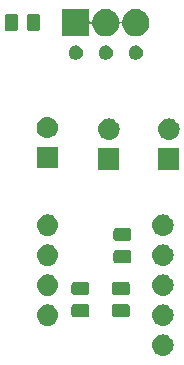
<source format=gts>
G04 #@! TF.GenerationSoftware,KiCad,Pcbnew,(5.1.0)-1*
G04 #@! TF.CreationDate,2019-04-03T20:49:52-04:00*
G04 #@! TF.ProjectId,3wireducer_daughter,33776972-6564-4756-9365-725f64617567,rev?*
G04 #@! TF.SameCoordinates,Original*
G04 #@! TF.FileFunction,Soldermask,Top*
G04 #@! TF.FilePolarity,Negative*
%FSLAX46Y46*%
G04 Gerber Fmt 4.6, Leading zero omitted, Abs format (unit mm)*
G04 Created by KiCad (PCBNEW (5.1.0)-1) date 2019-04-03 20:49:52*
%MOMM*%
%LPD*%
G04 APERTURE LIST*
%ADD10C,0.100000*%
G04 APERTURE END LIST*
D10*
G36*
X148700443Y-100578519D02*
G01*
X148766627Y-100585037D01*
X148936466Y-100636557D01*
X149092991Y-100720222D01*
X149128729Y-100749552D01*
X149230186Y-100832814D01*
X149313448Y-100934271D01*
X149342778Y-100970009D01*
X149426443Y-101126534D01*
X149477963Y-101296373D01*
X149495359Y-101473000D01*
X149477963Y-101649627D01*
X149426443Y-101819466D01*
X149342778Y-101975991D01*
X149313448Y-102011729D01*
X149230186Y-102113186D01*
X149128729Y-102196448D01*
X149092991Y-102225778D01*
X148936466Y-102309443D01*
X148766627Y-102360963D01*
X148700443Y-102367481D01*
X148634260Y-102374000D01*
X148545740Y-102374000D01*
X148479558Y-102367482D01*
X148413373Y-102360963D01*
X148243534Y-102309443D01*
X148087009Y-102225778D01*
X148051271Y-102196448D01*
X147949814Y-102113186D01*
X147866552Y-102011729D01*
X147837222Y-101975991D01*
X147753557Y-101819466D01*
X147702037Y-101649627D01*
X147684641Y-101473000D01*
X147702037Y-101296373D01*
X147753557Y-101126534D01*
X147837222Y-100970009D01*
X147866552Y-100934271D01*
X147949814Y-100832814D01*
X148051271Y-100749552D01*
X148087009Y-100720222D01*
X148243534Y-100636557D01*
X148413373Y-100585037D01*
X148479558Y-100578518D01*
X148545740Y-100572000D01*
X148634260Y-100572000D01*
X148700443Y-100578519D01*
X148700443Y-100578519D01*
G37*
G36*
X148700442Y-98038518D02*
G01*
X148766627Y-98045037D01*
X148936466Y-98096557D01*
X149092991Y-98180222D01*
X149128729Y-98209552D01*
X149230186Y-98292814D01*
X149313448Y-98394271D01*
X149342778Y-98430009D01*
X149426443Y-98586534D01*
X149477963Y-98756373D01*
X149495359Y-98933000D01*
X149477963Y-99109627D01*
X149426443Y-99279466D01*
X149342778Y-99435991D01*
X149313448Y-99471729D01*
X149230186Y-99573186D01*
X149128729Y-99656448D01*
X149092991Y-99685778D01*
X148936466Y-99769443D01*
X148766627Y-99820963D01*
X148700442Y-99827482D01*
X148634260Y-99834000D01*
X148545740Y-99834000D01*
X148479558Y-99827482D01*
X148413373Y-99820963D01*
X148243534Y-99769443D01*
X148087009Y-99685778D01*
X148051271Y-99656448D01*
X147949814Y-99573186D01*
X147866552Y-99471729D01*
X147837222Y-99435991D01*
X147753557Y-99279466D01*
X147702037Y-99109627D01*
X147684641Y-98933000D01*
X147702037Y-98756373D01*
X147753557Y-98586534D01*
X147837222Y-98430009D01*
X147866552Y-98394271D01*
X147949814Y-98292814D01*
X148051271Y-98209552D01*
X148087009Y-98180222D01*
X148243534Y-98096557D01*
X148413373Y-98045037D01*
X148479558Y-98038518D01*
X148545740Y-98032000D01*
X148634260Y-98032000D01*
X148700442Y-98038518D01*
X148700442Y-98038518D01*
G37*
G36*
X138940442Y-98038518D02*
G01*
X139006627Y-98045037D01*
X139176466Y-98096557D01*
X139332991Y-98180222D01*
X139368729Y-98209552D01*
X139470186Y-98292814D01*
X139553448Y-98394271D01*
X139582778Y-98430009D01*
X139666443Y-98586534D01*
X139717963Y-98756373D01*
X139735359Y-98933000D01*
X139717963Y-99109627D01*
X139666443Y-99279466D01*
X139582778Y-99435991D01*
X139553448Y-99471729D01*
X139470186Y-99573186D01*
X139368729Y-99656448D01*
X139332991Y-99685778D01*
X139176466Y-99769443D01*
X139006627Y-99820963D01*
X138940442Y-99827482D01*
X138874260Y-99834000D01*
X138785740Y-99834000D01*
X138719558Y-99827482D01*
X138653373Y-99820963D01*
X138483534Y-99769443D01*
X138327009Y-99685778D01*
X138291271Y-99656448D01*
X138189814Y-99573186D01*
X138106552Y-99471729D01*
X138077222Y-99435991D01*
X137993557Y-99279466D01*
X137942037Y-99109627D01*
X137924641Y-98933000D01*
X137942037Y-98756373D01*
X137993557Y-98586534D01*
X138077222Y-98430009D01*
X138106552Y-98394271D01*
X138189814Y-98292814D01*
X138291271Y-98209552D01*
X138327009Y-98180222D01*
X138483534Y-98096557D01*
X138653373Y-98045037D01*
X138719558Y-98038518D01*
X138785740Y-98032000D01*
X138874260Y-98032000D01*
X138940442Y-98038518D01*
X138940442Y-98038518D01*
G37*
G36*
X145618468Y-98018065D02*
G01*
X145657138Y-98029796D01*
X145692777Y-98048846D01*
X145724017Y-98074483D01*
X145749654Y-98105723D01*
X145768704Y-98141362D01*
X145780435Y-98180032D01*
X145785000Y-98226388D01*
X145785000Y-98877612D01*
X145780435Y-98923968D01*
X145768704Y-98962638D01*
X145749654Y-98998277D01*
X145724017Y-99029517D01*
X145692777Y-99055154D01*
X145657138Y-99074204D01*
X145618468Y-99085935D01*
X145572112Y-99090500D01*
X144495888Y-99090500D01*
X144449532Y-99085935D01*
X144410862Y-99074204D01*
X144375223Y-99055154D01*
X144343983Y-99029517D01*
X144318346Y-98998277D01*
X144299296Y-98962638D01*
X144287565Y-98923968D01*
X144283000Y-98877612D01*
X144283000Y-98226388D01*
X144287565Y-98180032D01*
X144299296Y-98141362D01*
X144318346Y-98105723D01*
X144343983Y-98074483D01*
X144375223Y-98048846D01*
X144410862Y-98029796D01*
X144449532Y-98018065D01*
X144495888Y-98013500D01*
X145572112Y-98013500D01*
X145618468Y-98018065D01*
X145618468Y-98018065D01*
G37*
G36*
X142189468Y-98018065D02*
G01*
X142228138Y-98029796D01*
X142263777Y-98048846D01*
X142295017Y-98074483D01*
X142320654Y-98105723D01*
X142339704Y-98141362D01*
X142351435Y-98180032D01*
X142356000Y-98226388D01*
X142356000Y-98877612D01*
X142351435Y-98923968D01*
X142339704Y-98962638D01*
X142320654Y-98998277D01*
X142295017Y-99029517D01*
X142263777Y-99055154D01*
X142228138Y-99074204D01*
X142189468Y-99085935D01*
X142143112Y-99090500D01*
X141066888Y-99090500D01*
X141020532Y-99085935D01*
X140981862Y-99074204D01*
X140946223Y-99055154D01*
X140914983Y-99029517D01*
X140889346Y-98998277D01*
X140870296Y-98962638D01*
X140858565Y-98923968D01*
X140854000Y-98877612D01*
X140854000Y-98226388D01*
X140858565Y-98180032D01*
X140870296Y-98141362D01*
X140889346Y-98105723D01*
X140914983Y-98074483D01*
X140946223Y-98048846D01*
X140981862Y-98029796D01*
X141020532Y-98018065D01*
X141066888Y-98013500D01*
X142143112Y-98013500D01*
X142189468Y-98018065D01*
X142189468Y-98018065D01*
G37*
G36*
X148700442Y-95498518D02*
G01*
X148766627Y-95505037D01*
X148936466Y-95556557D01*
X149092991Y-95640222D01*
X149128729Y-95669552D01*
X149230186Y-95752814D01*
X149313448Y-95854271D01*
X149342778Y-95890009D01*
X149426443Y-96046534D01*
X149477963Y-96216373D01*
X149495359Y-96393000D01*
X149477963Y-96569627D01*
X149426443Y-96739466D01*
X149342778Y-96895991D01*
X149313448Y-96931729D01*
X149230186Y-97033186D01*
X149153844Y-97095837D01*
X149092991Y-97145778D01*
X148936466Y-97229443D01*
X148766627Y-97280963D01*
X148700443Y-97287481D01*
X148634260Y-97294000D01*
X148545740Y-97294000D01*
X148479558Y-97287482D01*
X148413373Y-97280963D01*
X148243534Y-97229443D01*
X148087009Y-97145778D01*
X148026156Y-97095837D01*
X147949814Y-97033186D01*
X147866552Y-96931729D01*
X147837222Y-96895991D01*
X147753557Y-96739466D01*
X147702037Y-96569627D01*
X147684641Y-96393000D01*
X147702037Y-96216373D01*
X147753557Y-96046534D01*
X147837222Y-95890009D01*
X147866552Y-95854271D01*
X147949814Y-95752814D01*
X148051271Y-95669552D01*
X148087009Y-95640222D01*
X148243534Y-95556557D01*
X148413373Y-95505037D01*
X148479557Y-95498519D01*
X148545740Y-95492000D01*
X148634260Y-95492000D01*
X148700442Y-95498518D01*
X148700442Y-95498518D01*
G37*
G36*
X138940442Y-95498518D02*
G01*
X139006627Y-95505037D01*
X139176466Y-95556557D01*
X139332991Y-95640222D01*
X139368729Y-95669552D01*
X139470186Y-95752814D01*
X139553448Y-95854271D01*
X139582778Y-95890009D01*
X139666443Y-96046534D01*
X139717963Y-96216373D01*
X139735359Y-96393000D01*
X139717963Y-96569627D01*
X139666443Y-96739466D01*
X139582778Y-96895991D01*
X139553448Y-96931729D01*
X139470186Y-97033186D01*
X139393844Y-97095837D01*
X139332991Y-97145778D01*
X139176466Y-97229443D01*
X139006627Y-97280963D01*
X138940443Y-97287481D01*
X138874260Y-97294000D01*
X138785740Y-97294000D01*
X138719558Y-97287482D01*
X138653373Y-97280963D01*
X138483534Y-97229443D01*
X138327009Y-97145778D01*
X138266156Y-97095837D01*
X138189814Y-97033186D01*
X138106552Y-96931729D01*
X138077222Y-96895991D01*
X137993557Y-96739466D01*
X137942037Y-96569627D01*
X137924641Y-96393000D01*
X137942037Y-96216373D01*
X137993557Y-96046534D01*
X138077222Y-95890009D01*
X138106552Y-95854271D01*
X138189814Y-95752814D01*
X138291271Y-95669552D01*
X138327009Y-95640222D01*
X138483534Y-95556557D01*
X138653373Y-95505037D01*
X138719557Y-95498519D01*
X138785740Y-95492000D01*
X138874260Y-95492000D01*
X138940442Y-95498518D01*
X138940442Y-95498518D01*
G37*
G36*
X145618468Y-96143065D02*
G01*
X145657138Y-96154796D01*
X145692777Y-96173846D01*
X145724017Y-96199483D01*
X145749654Y-96230723D01*
X145768704Y-96266362D01*
X145780435Y-96305032D01*
X145785000Y-96351388D01*
X145785000Y-97002612D01*
X145780435Y-97048968D01*
X145768704Y-97087638D01*
X145749654Y-97123277D01*
X145724017Y-97154517D01*
X145692777Y-97180154D01*
X145657138Y-97199204D01*
X145618468Y-97210935D01*
X145572112Y-97215500D01*
X144495888Y-97215500D01*
X144449532Y-97210935D01*
X144410862Y-97199204D01*
X144375223Y-97180154D01*
X144343983Y-97154517D01*
X144318346Y-97123277D01*
X144299296Y-97087638D01*
X144287565Y-97048968D01*
X144283000Y-97002612D01*
X144283000Y-96351388D01*
X144287565Y-96305032D01*
X144299296Y-96266362D01*
X144318346Y-96230723D01*
X144343983Y-96199483D01*
X144375223Y-96173846D01*
X144410862Y-96154796D01*
X144449532Y-96143065D01*
X144495888Y-96138500D01*
X145572112Y-96138500D01*
X145618468Y-96143065D01*
X145618468Y-96143065D01*
G37*
G36*
X142189468Y-96143065D02*
G01*
X142228138Y-96154796D01*
X142263777Y-96173846D01*
X142295017Y-96199483D01*
X142320654Y-96230723D01*
X142339704Y-96266362D01*
X142351435Y-96305032D01*
X142356000Y-96351388D01*
X142356000Y-97002612D01*
X142351435Y-97048968D01*
X142339704Y-97087638D01*
X142320654Y-97123277D01*
X142295017Y-97154517D01*
X142263777Y-97180154D01*
X142228138Y-97199204D01*
X142189468Y-97210935D01*
X142143112Y-97215500D01*
X141066888Y-97215500D01*
X141020532Y-97210935D01*
X140981862Y-97199204D01*
X140946223Y-97180154D01*
X140914983Y-97154517D01*
X140889346Y-97123277D01*
X140870296Y-97087638D01*
X140858565Y-97048968D01*
X140854000Y-97002612D01*
X140854000Y-96351388D01*
X140858565Y-96305032D01*
X140870296Y-96266362D01*
X140889346Y-96230723D01*
X140914983Y-96199483D01*
X140946223Y-96173846D01*
X140981862Y-96154796D01*
X141020532Y-96143065D01*
X141066888Y-96138500D01*
X142143112Y-96138500D01*
X142189468Y-96143065D01*
X142189468Y-96143065D01*
G37*
G36*
X138940442Y-92958518D02*
G01*
X139006627Y-92965037D01*
X139176466Y-93016557D01*
X139332991Y-93100222D01*
X139368729Y-93129552D01*
X139470186Y-93212814D01*
X139553448Y-93314271D01*
X139582778Y-93350009D01*
X139666443Y-93506534D01*
X139717963Y-93676373D01*
X139735359Y-93853000D01*
X139717963Y-94029627D01*
X139666443Y-94199466D01*
X139582778Y-94355991D01*
X139554344Y-94390638D01*
X139470186Y-94493186D01*
X139368729Y-94576448D01*
X139332991Y-94605778D01*
X139176466Y-94689443D01*
X139006627Y-94740963D01*
X138940442Y-94747482D01*
X138874260Y-94754000D01*
X138785740Y-94754000D01*
X138719557Y-94747481D01*
X138653373Y-94740963D01*
X138483534Y-94689443D01*
X138327009Y-94605778D01*
X138291271Y-94576448D01*
X138189814Y-94493186D01*
X138105656Y-94390638D01*
X138077222Y-94355991D01*
X137993557Y-94199466D01*
X137942037Y-94029627D01*
X137924641Y-93853000D01*
X137942037Y-93676373D01*
X137993557Y-93506534D01*
X138077222Y-93350009D01*
X138106552Y-93314271D01*
X138189814Y-93212814D01*
X138291271Y-93129552D01*
X138327009Y-93100222D01*
X138483534Y-93016557D01*
X138653373Y-92965037D01*
X138719558Y-92958518D01*
X138785740Y-92952000D01*
X138874260Y-92952000D01*
X138940442Y-92958518D01*
X138940442Y-92958518D01*
G37*
G36*
X148700442Y-92958518D02*
G01*
X148766627Y-92965037D01*
X148936466Y-93016557D01*
X149092991Y-93100222D01*
X149128729Y-93129552D01*
X149230186Y-93212814D01*
X149313448Y-93314271D01*
X149342778Y-93350009D01*
X149426443Y-93506534D01*
X149477963Y-93676373D01*
X149495359Y-93853000D01*
X149477963Y-94029627D01*
X149426443Y-94199466D01*
X149342778Y-94355991D01*
X149314344Y-94390638D01*
X149230186Y-94493186D01*
X149128729Y-94576448D01*
X149092991Y-94605778D01*
X148936466Y-94689443D01*
X148766627Y-94740963D01*
X148700442Y-94747482D01*
X148634260Y-94754000D01*
X148545740Y-94754000D01*
X148479557Y-94747481D01*
X148413373Y-94740963D01*
X148243534Y-94689443D01*
X148087009Y-94605778D01*
X148051271Y-94576448D01*
X147949814Y-94493186D01*
X147865656Y-94390638D01*
X147837222Y-94355991D01*
X147753557Y-94199466D01*
X147702037Y-94029627D01*
X147684641Y-93853000D01*
X147702037Y-93676373D01*
X147753557Y-93506534D01*
X147837222Y-93350009D01*
X147866552Y-93314271D01*
X147949814Y-93212814D01*
X148051271Y-93129552D01*
X148087009Y-93100222D01*
X148243534Y-93016557D01*
X148413373Y-92965037D01*
X148479558Y-92958518D01*
X148545740Y-92952000D01*
X148634260Y-92952000D01*
X148700442Y-92958518D01*
X148700442Y-92958518D01*
G37*
G36*
X145745468Y-93446065D02*
G01*
X145784138Y-93457796D01*
X145819777Y-93476846D01*
X145851017Y-93502483D01*
X145876654Y-93533723D01*
X145895704Y-93569362D01*
X145907435Y-93608032D01*
X145912000Y-93654388D01*
X145912000Y-94305612D01*
X145907435Y-94351968D01*
X145895704Y-94390638D01*
X145876654Y-94426277D01*
X145851017Y-94457517D01*
X145819777Y-94483154D01*
X145784138Y-94502204D01*
X145745468Y-94513935D01*
X145699112Y-94518500D01*
X144622888Y-94518500D01*
X144576532Y-94513935D01*
X144537862Y-94502204D01*
X144502223Y-94483154D01*
X144470983Y-94457517D01*
X144445346Y-94426277D01*
X144426296Y-94390638D01*
X144414565Y-94351968D01*
X144410000Y-94305612D01*
X144410000Y-93654388D01*
X144414565Y-93608032D01*
X144426296Y-93569362D01*
X144445346Y-93533723D01*
X144470983Y-93502483D01*
X144502223Y-93476846D01*
X144537862Y-93457796D01*
X144576532Y-93446065D01*
X144622888Y-93441500D01*
X145699112Y-93441500D01*
X145745468Y-93446065D01*
X145745468Y-93446065D01*
G37*
G36*
X145745468Y-91571065D02*
G01*
X145784138Y-91582796D01*
X145819777Y-91601846D01*
X145851017Y-91627483D01*
X145876654Y-91658723D01*
X145895704Y-91694362D01*
X145907435Y-91733032D01*
X145912000Y-91779388D01*
X145912000Y-92430612D01*
X145907435Y-92476968D01*
X145895704Y-92515638D01*
X145876654Y-92551277D01*
X145851017Y-92582517D01*
X145819777Y-92608154D01*
X145784138Y-92627204D01*
X145745468Y-92638935D01*
X145699112Y-92643500D01*
X144622888Y-92643500D01*
X144576532Y-92638935D01*
X144537862Y-92627204D01*
X144502223Y-92608154D01*
X144470983Y-92582517D01*
X144445346Y-92551277D01*
X144426296Y-92515638D01*
X144414565Y-92476968D01*
X144410000Y-92430612D01*
X144410000Y-91779388D01*
X144414565Y-91733032D01*
X144426296Y-91694362D01*
X144445346Y-91658723D01*
X144470983Y-91627483D01*
X144502223Y-91601846D01*
X144537862Y-91582796D01*
X144576532Y-91571065D01*
X144622888Y-91566500D01*
X145699112Y-91566500D01*
X145745468Y-91571065D01*
X145745468Y-91571065D01*
G37*
G36*
X138940443Y-90418519D02*
G01*
X139006627Y-90425037D01*
X139176466Y-90476557D01*
X139332991Y-90560222D01*
X139368729Y-90589552D01*
X139470186Y-90672814D01*
X139553448Y-90774271D01*
X139582778Y-90810009D01*
X139666443Y-90966534D01*
X139717963Y-91136373D01*
X139735359Y-91313000D01*
X139717963Y-91489627D01*
X139666443Y-91659466D01*
X139582778Y-91815991D01*
X139566562Y-91835750D01*
X139470186Y-91953186D01*
X139368729Y-92036448D01*
X139332991Y-92065778D01*
X139176466Y-92149443D01*
X139006627Y-92200963D01*
X138940442Y-92207482D01*
X138874260Y-92214000D01*
X138785740Y-92214000D01*
X138719558Y-92207482D01*
X138653373Y-92200963D01*
X138483534Y-92149443D01*
X138327009Y-92065778D01*
X138291271Y-92036448D01*
X138189814Y-91953186D01*
X138093438Y-91835750D01*
X138077222Y-91815991D01*
X137993557Y-91659466D01*
X137942037Y-91489627D01*
X137924641Y-91313000D01*
X137942037Y-91136373D01*
X137993557Y-90966534D01*
X138077222Y-90810009D01*
X138106552Y-90774271D01*
X138189814Y-90672814D01*
X138291271Y-90589552D01*
X138327009Y-90560222D01*
X138483534Y-90476557D01*
X138653373Y-90425037D01*
X138719557Y-90418519D01*
X138785740Y-90412000D01*
X138874260Y-90412000D01*
X138940443Y-90418519D01*
X138940443Y-90418519D01*
G37*
G36*
X148700443Y-90418519D02*
G01*
X148766627Y-90425037D01*
X148936466Y-90476557D01*
X149092991Y-90560222D01*
X149128729Y-90589552D01*
X149230186Y-90672814D01*
X149313448Y-90774271D01*
X149342778Y-90810009D01*
X149426443Y-90966534D01*
X149477963Y-91136373D01*
X149495359Y-91313000D01*
X149477963Y-91489627D01*
X149426443Y-91659466D01*
X149342778Y-91815991D01*
X149326562Y-91835750D01*
X149230186Y-91953186D01*
X149128729Y-92036448D01*
X149092991Y-92065778D01*
X148936466Y-92149443D01*
X148766627Y-92200963D01*
X148700442Y-92207482D01*
X148634260Y-92214000D01*
X148545740Y-92214000D01*
X148479558Y-92207482D01*
X148413373Y-92200963D01*
X148243534Y-92149443D01*
X148087009Y-92065778D01*
X148051271Y-92036448D01*
X147949814Y-91953186D01*
X147853438Y-91835750D01*
X147837222Y-91815991D01*
X147753557Y-91659466D01*
X147702037Y-91489627D01*
X147684641Y-91313000D01*
X147702037Y-91136373D01*
X147753557Y-90966534D01*
X147837222Y-90810009D01*
X147866552Y-90774271D01*
X147949814Y-90672814D01*
X148051271Y-90589552D01*
X148087009Y-90560222D01*
X148243534Y-90476557D01*
X148413373Y-90425037D01*
X148479557Y-90418519D01*
X148545740Y-90412000D01*
X148634260Y-90412000D01*
X148700443Y-90418519D01*
X148700443Y-90418519D01*
G37*
G36*
X149999000Y-86626000D02*
G01*
X148197000Y-86626000D01*
X148197000Y-84824000D01*
X149999000Y-84824000D01*
X149999000Y-86626000D01*
X149999000Y-86626000D01*
G37*
G36*
X144919000Y-86626000D02*
G01*
X143117000Y-86626000D01*
X143117000Y-84824000D01*
X144919000Y-84824000D01*
X144919000Y-86626000D01*
X144919000Y-86626000D01*
G37*
G36*
X139712000Y-86499000D02*
G01*
X137910000Y-86499000D01*
X137910000Y-84697000D01*
X139712000Y-84697000D01*
X139712000Y-86499000D01*
X139712000Y-86499000D01*
G37*
G36*
X144128443Y-82290519D02*
G01*
X144194627Y-82297037D01*
X144364466Y-82348557D01*
X144520991Y-82432222D01*
X144556729Y-82461552D01*
X144658186Y-82544814D01*
X144741448Y-82646271D01*
X144770778Y-82682009D01*
X144854443Y-82838534D01*
X144905963Y-83008373D01*
X144923359Y-83185000D01*
X144905963Y-83361627D01*
X144854443Y-83531466D01*
X144770778Y-83687991D01*
X144762411Y-83698186D01*
X144658186Y-83825186D01*
X144556729Y-83908448D01*
X144520991Y-83937778D01*
X144364466Y-84021443D01*
X144194627Y-84072963D01*
X144128443Y-84079481D01*
X144062260Y-84086000D01*
X143973740Y-84086000D01*
X143907557Y-84079481D01*
X143841373Y-84072963D01*
X143671534Y-84021443D01*
X143515009Y-83937778D01*
X143479271Y-83908448D01*
X143377814Y-83825186D01*
X143273589Y-83698186D01*
X143265222Y-83687991D01*
X143181557Y-83531466D01*
X143130037Y-83361627D01*
X143112641Y-83185000D01*
X143130037Y-83008373D01*
X143181557Y-82838534D01*
X143265222Y-82682009D01*
X143294552Y-82646271D01*
X143377814Y-82544814D01*
X143479271Y-82461552D01*
X143515009Y-82432222D01*
X143671534Y-82348557D01*
X143841373Y-82297037D01*
X143907557Y-82290519D01*
X143973740Y-82284000D01*
X144062260Y-82284000D01*
X144128443Y-82290519D01*
X144128443Y-82290519D01*
G37*
G36*
X149208443Y-82290519D02*
G01*
X149274627Y-82297037D01*
X149444466Y-82348557D01*
X149600991Y-82432222D01*
X149636729Y-82461552D01*
X149738186Y-82544814D01*
X149821448Y-82646271D01*
X149850778Y-82682009D01*
X149934443Y-82838534D01*
X149985963Y-83008373D01*
X150003359Y-83185000D01*
X149985963Y-83361627D01*
X149934443Y-83531466D01*
X149850778Y-83687991D01*
X149842411Y-83698186D01*
X149738186Y-83825186D01*
X149636729Y-83908448D01*
X149600991Y-83937778D01*
X149444466Y-84021443D01*
X149274627Y-84072963D01*
X149208443Y-84079481D01*
X149142260Y-84086000D01*
X149053740Y-84086000D01*
X148987557Y-84079481D01*
X148921373Y-84072963D01*
X148751534Y-84021443D01*
X148595009Y-83937778D01*
X148559271Y-83908448D01*
X148457814Y-83825186D01*
X148353589Y-83698186D01*
X148345222Y-83687991D01*
X148261557Y-83531466D01*
X148210037Y-83361627D01*
X148192641Y-83185000D01*
X148210037Y-83008373D01*
X148261557Y-82838534D01*
X148345222Y-82682009D01*
X148374552Y-82646271D01*
X148457814Y-82544814D01*
X148559271Y-82461552D01*
X148595009Y-82432222D01*
X148751534Y-82348557D01*
X148921373Y-82297037D01*
X148987557Y-82290519D01*
X149053740Y-82284000D01*
X149142260Y-82284000D01*
X149208443Y-82290519D01*
X149208443Y-82290519D01*
G37*
G36*
X138921442Y-82163518D02*
G01*
X138987627Y-82170037D01*
X139157466Y-82221557D01*
X139313991Y-82305222D01*
X139349729Y-82334552D01*
X139451186Y-82417814D01*
X139534448Y-82519271D01*
X139563778Y-82555009D01*
X139647443Y-82711534D01*
X139698963Y-82881373D01*
X139716359Y-83058000D01*
X139698963Y-83234627D01*
X139647443Y-83404466D01*
X139563778Y-83560991D01*
X139534448Y-83596729D01*
X139451186Y-83698186D01*
X139349729Y-83781448D01*
X139313991Y-83810778D01*
X139157466Y-83894443D01*
X138987627Y-83945963D01*
X138921442Y-83952482D01*
X138855260Y-83959000D01*
X138766740Y-83959000D01*
X138700558Y-83952482D01*
X138634373Y-83945963D01*
X138464534Y-83894443D01*
X138308009Y-83810778D01*
X138272271Y-83781448D01*
X138170814Y-83698186D01*
X138087552Y-83596729D01*
X138058222Y-83560991D01*
X137974557Y-83404466D01*
X137923037Y-83234627D01*
X137905641Y-83058000D01*
X137923037Y-82881373D01*
X137974557Y-82711534D01*
X138058222Y-82555009D01*
X138087552Y-82519271D01*
X138170814Y-82417814D01*
X138272271Y-82334552D01*
X138308009Y-82305222D01*
X138464534Y-82221557D01*
X138634373Y-82170037D01*
X138700558Y-82163518D01*
X138766740Y-82157000D01*
X138855260Y-82157000D01*
X138921442Y-82163518D01*
X138921442Y-82163518D01*
G37*
G36*
X143900601Y-76122397D02*
G01*
X143939305Y-76130096D01*
X143971340Y-76143365D01*
X144048680Y-76175400D01*
X144147115Y-76241173D01*
X144230827Y-76324885D01*
X144296600Y-76423320D01*
X144341904Y-76532696D01*
X144365000Y-76648805D01*
X144365000Y-76767195D01*
X144341904Y-76883304D01*
X144296600Y-76992680D01*
X144230827Y-77091115D01*
X144147115Y-77174827D01*
X144048680Y-77240600D01*
X143971340Y-77272635D01*
X143939305Y-77285904D01*
X143900601Y-77293603D01*
X143823195Y-77309000D01*
X143704805Y-77309000D01*
X143627399Y-77293603D01*
X143588695Y-77285904D01*
X143556660Y-77272635D01*
X143479320Y-77240600D01*
X143380885Y-77174827D01*
X143297173Y-77091115D01*
X143231400Y-76992680D01*
X143186096Y-76883304D01*
X143163000Y-76767195D01*
X143163000Y-76648805D01*
X143186096Y-76532696D01*
X143231400Y-76423320D01*
X143297173Y-76324885D01*
X143380885Y-76241173D01*
X143479320Y-76175400D01*
X143556660Y-76143365D01*
X143588695Y-76130096D01*
X143627399Y-76122397D01*
X143704805Y-76107000D01*
X143823195Y-76107000D01*
X143900601Y-76122397D01*
X143900601Y-76122397D01*
G37*
G36*
X141360601Y-76122397D02*
G01*
X141399305Y-76130096D01*
X141431340Y-76143365D01*
X141508680Y-76175400D01*
X141607115Y-76241173D01*
X141690827Y-76324885D01*
X141756600Y-76423320D01*
X141801904Y-76532696D01*
X141825000Y-76648805D01*
X141825000Y-76767195D01*
X141801904Y-76883304D01*
X141756600Y-76992680D01*
X141690827Y-77091115D01*
X141607115Y-77174827D01*
X141508680Y-77240600D01*
X141431340Y-77272635D01*
X141399305Y-77285904D01*
X141360601Y-77293603D01*
X141283195Y-77309000D01*
X141164805Y-77309000D01*
X141087399Y-77293603D01*
X141048695Y-77285904D01*
X141016660Y-77272635D01*
X140939320Y-77240600D01*
X140840885Y-77174827D01*
X140757173Y-77091115D01*
X140691400Y-76992680D01*
X140646096Y-76883304D01*
X140623000Y-76767195D01*
X140623000Y-76648805D01*
X140646096Y-76532696D01*
X140691400Y-76423320D01*
X140757173Y-76324885D01*
X140840885Y-76241173D01*
X140939320Y-76175400D01*
X141016660Y-76143365D01*
X141048695Y-76130096D01*
X141087399Y-76122397D01*
X141164805Y-76107000D01*
X141283195Y-76107000D01*
X141360601Y-76122397D01*
X141360601Y-76122397D01*
G37*
G36*
X146440601Y-76122397D02*
G01*
X146479305Y-76130096D01*
X146511340Y-76143365D01*
X146588680Y-76175400D01*
X146687115Y-76241173D01*
X146770827Y-76324885D01*
X146836600Y-76423320D01*
X146881904Y-76532696D01*
X146905000Y-76648805D01*
X146905000Y-76767195D01*
X146881904Y-76883304D01*
X146836600Y-76992680D01*
X146770827Y-77091115D01*
X146687115Y-77174827D01*
X146588680Y-77240600D01*
X146511340Y-77272635D01*
X146479305Y-77285904D01*
X146440601Y-77293603D01*
X146363195Y-77309000D01*
X146244805Y-77309000D01*
X146167399Y-77293603D01*
X146128695Y-77285904D01*
X146096660Y-77272635D01*
X146019320Y-77240600D01*
X145920885Y-77174827D01*
X145837173Y-77091115D01*
X145771400Y-76992680D01*
X145726096Y-76883304D01*
X145703000Y-76767195D01*
X145703000Y-76648805D01*
X145726096Y-76532696D01*
X145771400Y-76423320D01*
X145837173Y-76324885D01*
X145920885Y-76241173D01*
X146019320Y-76175400D01*
X146096660Y-76143365D01*
X146128695Y-76130096D01*
X146167399Y-76122397D01*
X146244805Y-76107000D01*
X146363195Y-76107000D01*
X146440601Y-76122397D01*
X146440601Y-76122397D01*
G37*
G36*
X142375000Y-73982007D02*
G01*
X142377402Y-74006393D01*
X142384515Y-74029842D01*
X142396066Y-74051453D01*
X142411611Y-74070395D01*
X142430553Y-74085940D01*
X142452164Y-74097491D01*
X142475613Y-74104604D01*
X142499999Y-74107006D01*
X142524385Y-74104604D01*
X142547834Y-74097491D01*
X142569445Y-74085940D01*
X142588387Y-74070395D01*
X142603932Y-74051453D01*
X142615483Y-74029842D01*
X142622596Y-74006393D01*
X142657232Y-73832267D01*
X142743996Y-73622799D01*
X142770447Y-73583212D01*
X142869960Y-73434280D01*
X143030280Y-73273960D01*
X143218797Y-73147997D01*
X143428266Y-73061232D01*
X143539451Y-73039116D01*
X143650635Y-73017000D01*
X143877365Y-73017000D01*
X143988549Y-73039116D01*
X144099734Y-73061232D01*
X144309203Y-73147997D01*
X144497720Y-73273960D01*
X144658040Y-73434280D01*
X144757553Y-73583212D01*
X144784004Y-73622799D01*
X144870768Y-73832267D01*
X144911403Y-74036552D01*
X144918516Y-74060001D01*
X144930067Y-74081612D01*
X144945612Y-74100554D01*
X144964554Y-74116099D01*
X144986165Y-74127650D01*
X145009614Y-74134763D01*
X145034000Y-74137165D01*
X145058386Y-74134763D01*
X145081835Y-74127650D01*
X145103446Y-74116099D01*
X145122388Y-74100554D01*
X145137933Y-74081612D01*
X145149484Y-74060001D01*
X145156597Y-74036552D01*
X145197232Y-73832267D01*
X145283996Y-73622799D01*
X145310447Y-73583212D01*
X145409960Y-73434280D01*
X145570280Y-73273960D01*
X145758797Y-73147997D01*
X145968266Y-73061232D01*
X146079451Y-73039116D01*
X146190635Y-73017000D01*
X146417365Y-73017000D01*
X146528549Y-73039116D01*
X146639734Y-73061232D01*
X146849203Y-73147997D01*
X147037720Y-73273960D01*
X147198040Y-73434280D01*
X147324003Y-73622797D01*
X147410768Y-73832266D01*
X147455000Y-74054636D01*
X147455000Y-74281364D01*
X147410768Y-74503734D01*
X147324003Y-74713203D01*
X147198040Y-74901720D01*
X147037720Y-75062040D01*
X146849203Y-75188003D01*
X146639734Y-75274768D01*
X146528549Y-75296884D01*
X146417365Y-75319000D01*
X146190635Y-75319000D01*
X146079451Y-75296884D01*
X145968266Y-75274768D01*
X145758797Y-75188003D01*
X145570280Y-75062040D01*
X145409960Y-74901720D01*
X145283997Y-74713203D01*
X145197232Y-74503734D01*
X145156597Y-74299448D01*
X145149484Y-74275999D01*
X145137933Y-74254388D01*
X145122388Y-74235446D01*
X145103446Y-74219901D01*
X145081835Y-74208350D01*
X145058386Y-74201237D01*
X145034000Y-74198835D01*
X145009614Y-74201237D01*
X144986165Y-74208350D01*
X144964554Y-74219901D01*
X144945612Y-74235446D01*
X144930067Y-74254388D01*
X144918516Y-74275999D01*
X144911403Y-74299448D01*
X144870768Y-74503734D01*
X144784003Y-74713203D01*
X144658040Y-74901720D01*
X144497720Y-75062040D01*
X144309203Y-75188003D01*
X144099734Y-75274768D01*
X143988549Y-75296884D01*
X143877365Y-75319000D01*
X143650635Y-75319000D01*
X143539451Y-75296884D01*
X143428266Y-75274768D01*
X143218797Y-75188003D01*
X143030280Y-75062040D01*
X142869960Y-74901720D01*
X142743997Y-74713203D01*
X142657232Y-74503734D01*
X142622596Y-74329607D01*
X142615483Y-74306158D01*
X142603932Y-74284547D01*
X142588387Y-74265605D01*
X142569445Y-74250060D01*
X142547834Y-74238509D01*
X142524385Y-74231396D01*
X142499999Y-74228994D01*
X142475613Y-74231396D01*
X142452164Y-74238509D01*
X142430553Y-74250060D01*
X142411611Y-74265605D01*
X142396066Y-74284547D01*
X142384515Y-74306158D01*
X142377402Y-74329607D01*
X142375000Y-74353993D01*
X142375000Y-75319000D01*
X140073000Y-75319000D01*
X140073000Y-73017000D01*
X142375000Y-73017000D01*
X142375000Y-73982007D01*
X142375000Y-73982007D01*
G37*
G36*
X138009968Y-73421565D02*
G01*
X138048638Y-73433296D01*
X138084277Y-73452346D01*
X138115517Y-73477983D01*
X138141154Y-73509223D01*
X138160204Y-73544862D01*
X138171935Y-73583532D01*
X138176500Y-73629888D01*
X138176500Y-74706112D01*
X138171935Y-74752468D01*
X138160204Y-74791138D01*
X138141154Y-74826777D01*
X138115517Y-74858017D01*
X138084277Y-74883654D01*
X138048638Y-74902704D01*
X138009968Y-74914435D01*
X137963612Y-74919000D01*
X137312388Y-74919000D01*
X137266032Y-74914435D01*
X137227362Y-74902704D01*
X137191723Y-74883654D01*
X137160483Y-74858017D01*
X137134846Y-74826777D01*
X137115796Y-74791138D01*
X137104065Y-74752468D01*
X137099500Y-74706112D01*
X137099500Y-73629888D01*
X137104065Y-73583532D01*
X137115796Y-73544862D01*
X137134846Y-73509223D01*
X137160483Y-73477983D01*
X137191723Y-73452346D01*
X137227362Y-73433296D01*
X137266032Y-73421565D01*
X137312388Y-73417000D01*
X137963612Y-73417000D01*
X138009968Y-73421565D01*
X138009968Y-73421565D01*
G37*
G36*
X136134968Y-73421565D02*
G01*
X136173638Y-73433296D01*
X136209277Y-73452346D01*
X136240517Y-73477983D01*
X136266154Y-73509223D01*
X136285204Y-73544862D01*
X136296935Y-73583532D01*
X136301500Y-73629888D01*
X136301500Y-74706112D01*
X136296935Y-74752468D01*
X136285204Y-74791138D01*
X136266154Y-74826777D01*
X136240517Y-74858017D01*
X136209277Y-74883654D01*
X136173638Y-74902704D01*
X136134968Y-74914435D01*
X136088612Y-74919000D01*
X135437388Y-74919000D01*
X135391032Y-74914435D01*
X135352362Y-74902704D01*
X135316723Y-74883654D01*
X135285483Y-74858017D01*
X135259846Y-74826777D01*
X135240796Y-74791138D01*
X135229065Y-74752468D01*
X135224500Y-74706112D01*
X135224500Y-73629888D01*
X135229065Y-73583532D01*
X135240796Y-73544862D01*
X135259846Y-73509223D01*
X135285483Y-73477983D01*
X135316723Y-73452346D01*
X135352362Y-73433296D01*
X135391032Y-73421565D01*
X135437388Y-73417000D01*
X136088612Y-73417000D01*
X136134968Y-73421565D01*
X136134968Y-73421565D01*
G37*
M02*

</source>
